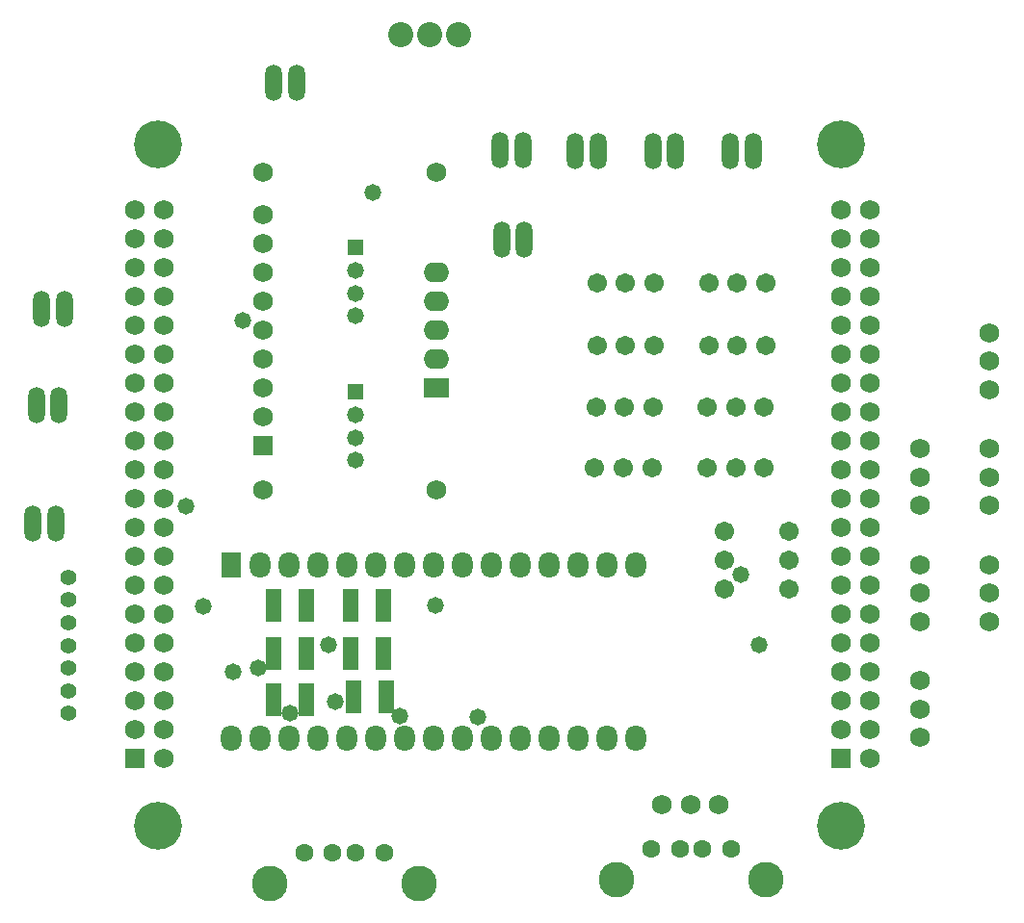
<source format=gts>
G04 Layer_Color=20142*
%FSLAX24Y24*%
%MOIN*%
G70*
G01*
G75*
%ADD797R,0.0552X0.1143*%
%ADD798C,0.0867*%
%ADD799R,0.0580X0.0580*%
%ADD800C,0.0580*%
%ADD801C,0.1230*%
%ADD802C,0.0630*%
%ADD803O,0.0880X0.0680*%
%ADD804R,0.0880X0.0680*%
%ADD805C,0.0680*%
%ADD806R,0.0680X0.0680*%
%ADD807O,0.0710X0.0907*%
%ADD808R,0.0710X0.0907*%
%ADD809C,0.0690*%
%ADD810R,0.0690X0.0690*%
%ADD811C,0.1655*%
%ADD812O,0.0580X0.1261*%
%ADD813C,0.0671*%
%ADD814C,0.0552*%
D797*
X16949Y16181D02*
D03*
X15807D02*
D03*
X16949Y17795D02*
D03*
X15807D02*
D03*
X16949Y19449D02*
D03*
X15807D02*
D03*
X19626Y17795D02*
D03*
X18484D02*
D03*
X18563Y16299D02*
D03*
X19705D02*
D03*
X19626Y19449D02*
D03*
X18484D02*
D03*
D798*
X21201Y39232D02*
D03*
X20201D02*
D03*
X22201D02*
D03*
D799*
X18661Y31850D02*
D03*
Y26850D02*
D03*
D800*
Y31063D02*
D03*
Y30269D02*
D03*
Y29479D02*
D03*
Y24479D02*
D03*
Y25269D02*
D03*
Y26063D02*
D03*
X19240Y33750D02*
D03*
X22890Y15580D02*
D03*
X16370Y15720D02*
D03*
X32620Y18090D02*
D03*
X17720D02*
D03*
X12770Y22880D02*
D03*
X14760Y29330D02*
D03*
X31990Y20530D02*
D03*
X14400Y17160D02*
D03*
X21420Y19470D02*
D03*
X15280Y17280D02*
D03*
X13390Y19420D02*
D03*
X17940Y16139D02*
D03*
X20195Y15620D02*
D03*
D801*
X32850Y9951D02*
D03*
X27677D02*
D03*
X20843Y9833D02*
D03*
X15669D02*
D03*
D802*
X29870Y11018D02*
D03*
X28886D02*
D03*
X30657D02*
D03*
X31642D02*
D03*
X17862Y10900D02*
D03*
X16878D02*
D03*
X18650D02*
D03*
X19634D02*
D03*
D803*
X21449Y27991D02*
D03*
Y28991D02*
D03*
Y29991D02*
D03*
Y30991D02*
D03*
D804*
Y26991D02*
D03*
D805*
X15449Y32991D02*
D03*
Y25991D02*
D03*
Y26991D02*
D03*
Y27991D02*
D03*
Y28991D02*
D03*
Y29991D02*
D03*
Y30991D02*
D03*
Y31991D02*
D03*
X21449Y23441D02*
D03*
X15449D02*
D03*
X21449Y34441D02*
D03*
X15449D02*
D03*
X38189Y14882D02*
D03*
Y15866D02*
D03*
Y16850D02*
D03*
X40591Y18898D02*
D03*
Y19882D02*
D03*
Y20866D02*
D03*
X38189Y18898D02*
D03*
Y19882D02*
D03*
Y20866D02*
D03*
Y22913D02*
D03*
Y23898D02*
D03*
Y24882D02*
D03*
X40591Y22913D02*
D03*
Y23898D02*
D03*
Y24882D02*
D03*
Y26929D02*
D03*
Y27913D02*
D03*
Y28898D02*
D03*
X29252Y12559D02*
D03*
X30236D02*
D03*
X31220D02*
D03*
D806*
X15449Y24991D02*
D03*
D807*
X28346Y20866D02*
D03*
X27346D02*
D03*
X26346D02*
D03*
X28346Y14866D02*
D03*
X25346Y20866D02*
D03*
X24346D02*
D03*
X23346D02*
D03*
X22346D02*
D03*
X21346D02*
D03*
X20346D02*
D03*
X19346D02*
D03*
X18346D02*
D03*
X17346D02*
D03*
X16346D02*
D03*
X15346D02*
D03*
X14346Y14866D02*
D03*
X15346D02*
D03*
X16346D02*
D03*
X17346D02*
D03*
X18346D02*
D03*
X19346D02*
D03*
X20346D02*
D03*
X21346D02*
D03*
X22346D02*
D03*
X23346D02*
D03*
X24346D02*
D03*
X25346D02*
D03*
X26346D02*
D03*
X27346D02*
D03*
D808*
X14346Y20866D02*
D03*
D809*
X36433Y14173D02*
D03*
Y15173D02*
D03*
Y16173D02*
D03*
Y17173D02*
D03*
Y18173D02*
D03*
Y19173D02*
D03*
Y20173D02*
D03*
Y21173D02*
D03*
Y22173D02*
D03*
Y23173D02*
D03*
Y24173D02*
D03*
Y25173D02*
D03*
Y26173D02*
D03*
Y27173D02*
D03*
Y28173D02*
D03*
Y29173D02*
D03*
Y30173D02*
D03*
Y31173D02*
D03*
Y32173D02*
D03*
Y33173D02*
D03*
X35433Y15173D02*
D03*
Y16173D02*
D03*
Y17173D02*
D03*
Y18173D02*
D03*
Y19173D02*
D03*
Y20173D02*
D03*
Y21173D02*
D03*
Y22173D02*
D03*
Y23173D02*
D03*
Y24173D02*
D03*
Y25173D02*
D03*
Y26173D02*
D03*
Y27173D02*
D03*
Y28173D02*
D03*
Y29173D02*
D03*
Y30173D02*
D03*
Y31173D02*
D03*
Y32173D02*
D03*
Y33173D02*
D03*
X12024Y14173D02*
D03*
Y15173D02*
D03*
Y16173D02*
D03*
Y17173D02*
D03*
Y18173D02*
D03*
Y19173D02*
D03*
Y20173D02*
D03*
Y21173D02*
D03*
Y22173D02*
D03*
Y23173D02*
D03*
Y24173D02*
D03*
Y25173D02*
D03*
Y26173D02*
D03*
Y27173D02*
D03*
Y28173D02*
D03*
Y29173D02*
D03*
Y30173D02*
D03*
Y31173D02*
D03*
Y32173D02*
D03*
Y33173D02*
D03*
X11024Y15173D02*
D03*
Y16173D02*
D03*
Y17173D02*
D03*
Y18173D02*
D03*
Y19173D02*
D03*
Y20173D02*
D03*
Y21173D02*
D03*
Y22173D02*
D03*
Y23173D02*
D03*
Y24173D02*
D03*
Y25173D02*
D03*
Y26173D02*
D03*
Y27173D02*
D03*
Y28173D02*
D03*
Y29173D02*
D03*
Y30173D02*
D03*
Y31173D02*
D03*
Y32173D02*
D03*
Y33173D02*
D03*
D810*
X35433Y14173D02*
D03*
X11024D02*
D03*
D811*
X35433Y35433D02*
D03*
X11811Y11811D02*
D03*
X35433D02*
D03*
X11811Y35433D02*
D03*
D812*
X16614Y37559D02*
D03*
X15827D02*
D03*
X27047Y35197D02*
D03*
X26260D02*
D03*
X32402D02*
D03*
X31614D02*
D03*
X24488Y32126D02*
D03*
X23701D02*
D03*
X29724Y35197D02*
D03*
X28937D02*
D03*
X8386Y26378D02*
D03*
X7598D02*
D03*
X8268Y22283D02*
D03*
X7480D02*
D03*
X8583Y29724D02*
D03*
X7795D02*
D03*
X24449Y35236D02*
D03*
X23661D02*
D03*
D813*
X31417Y22008D02*
D03*
Y21024D02*
D03*
Y20039D02*
D03*
X33661Y22008D02*
D03*
Y21024D02*
D03*
Y20039D02*
D03*
X28898Y24213D02*
D03*
X27913D02*
D03*
X26929D02*
D03*
X32795D02*
D03*
X31811D02*
D03*
X30827D02*
D03*
X28937Y26339D02*
D03*
X27953D02*
D03*
X26969D02*
D03*
X32795D02*
D03*
X31811D02*
D03*
X30827D02*
D03*
X28976Y28465D02*
D03*
X27992D02*
D03*
X27008D02*
D03*
X32835D02*
D03*
X31850D02*
D03*
X30866D02*
D03*
X28976Y30630D02*
D03*
X27992D02*
D03*
X27008D02*
D03*
X32835D02*
D03*
X31850D02*
D03*
X30866D02*
D03*
D814*
X8701Y16496D02*
D03*
Y17283D02*
D03*
Y18071D02*
D03*
Y18858D02*
D03*
Y19646D02*
D03*
Y20433D02*
D03*
Y15709D02*
D03*
M02*

</source>
